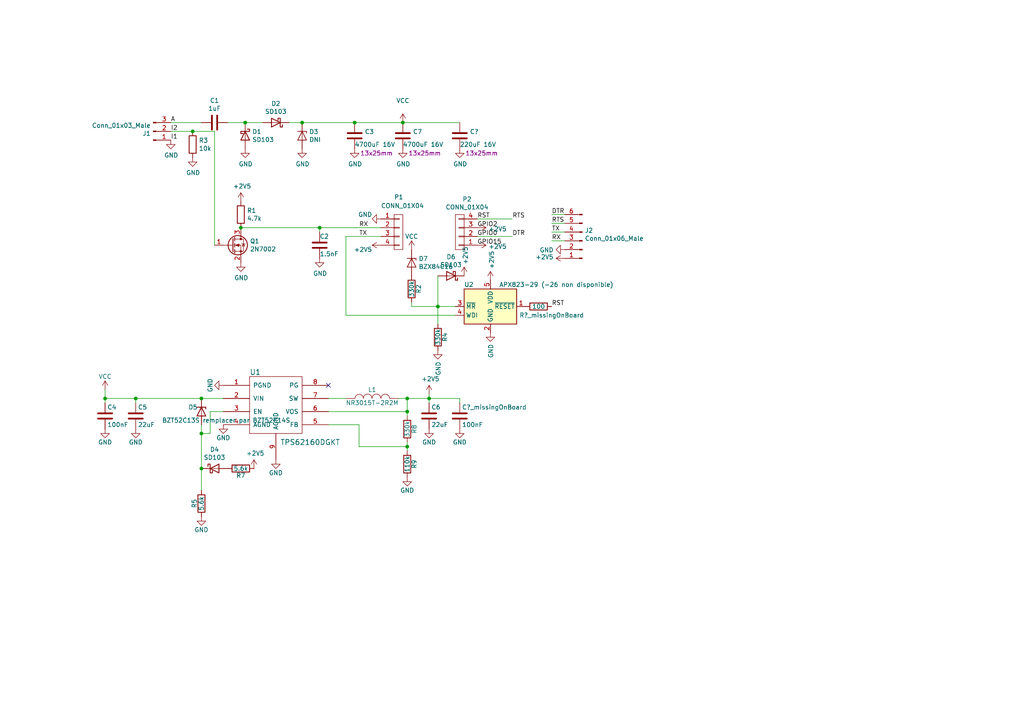
<source format=kicad_sch>
(kicad_sch (version 20211123) (generator eeschema)
  (paper "A4")
  (lib_symbols
    (symbol "Connector:Conn_01x03_Male" (pin_names (offset 1.016) hide)
      (property "Reference" "J" (at 0 5.08 0))
      (property "Value" "Conn_01x03_Male" (at 0 -5.08 0))
      (symbol "Conn_01x03_Male_1_1"
        (polyline (pts (xy 1.27 -2.54) (xy 0.8636 -2.54)) (stroke (width 0.1524)))
        (polyline (pts (xy 1.27 0) (xy 0.8636 0)) (stroke (width 0.1524)))
        (polyline (pts (xy 1.27 2.54) (xy 0.8636 2.54)) (stroke (width 0.1524)))
        (rectangle (start 0.8636 -2.413) (end 0 -2.667) (stroke (width 0.1524)) (fill (type outline)))
        (rectangle (start 0.8636 0.127) (end 0 -0.127) (stroke (width 0.1524)) (fill (type outline)))
        (rectangle (start 0.8636 2.667) (end 0 2.413) (stroke (width 0.1524)) (fill (type outline)))
        (pin passive line (at 5.08 2.54 180) (length 3.81) (name "Pin_1") (number "1"))
        (pin passive line (at 5.08 0 180) (length 3.81) (name "Pin_2") (number "2"))
        (pin passive line (at 5.08 -2.54 180) (length 3.81) (name "Pin_3") (number "3"))
      )
    )
    (symbol "Connector:Conn_01x06_Male" (pin_names (offset 1.016) hide)
      (property "Reference" "J" (at 0 7.62 0))
      (property "Value" "Conn_01x06_Male" (at 0 -10.16 0))
      (symbol "Conn_01x06_Male_1_1"
        (polyline (pts (xy 1.27 -7.62) (xy 0.8636 -7.62)) (stroke (width 0.1524)))
        (polyline (pts (xy 1.27 -5.08) (xy 0.8636 -5.08)) (stroke (width 0.1524)))
        (polyline (pts (xy 1.27 -2.54) (xy 0.8636 -2.54)) (stroke (width 0.1524)))
        (polyline (pts (xy 1.27 0) (xy 0.8636 0)) (stroke (width 0.1524)))
        (polyline (pts (xy 1.27 2.54) (xy 0.8636 2.54)) (stroke (width 0.1524)))
        (polyline (pts (xy 1.27 5.08) (xy 0.8636 5.08)) (stroke (width 0.1524)))
        (rectangle (start 0.8636 -7.493) (end 0 -7.747) (stroke (width 0.1524)) (fill (type outline)))
        (rectangle (start 0.8636 -4.953) (end 0 -5.207) (stroke (width 0.1524)) (fill (type outline)))
        (rectangle (start 0.8636 -2.413) (end 0 -2.667) (stroke (width 0.1524)) (fill (type outline)))
        (rectangle (start 0.8636 0.127) (end 0 -0.127) (stroke (width 0.1524)) (fill (type outline)))
        (rectangle (start 0.8636 2.667) (end 0 2.413) (stroke (width 0.1524)) (fill (type outline)))
        (rectangle (start 0.8636 5.207) (end 0 4.953) (stroke (width 0.1524)) (fill (type outline)))
        (pin passive line (at 5.08 5.08 180) (length 3.81) (name "Pin_1") (number "1"))
        (pin passive line (at 5.08 2.54 180) (length 3.81) (name "Pin_2") (number "2"))
        (pin passive line (at 5.08 0 180) (length 3.81) (name "Pin_3") (number "3"))
        (pin passive line (at 5.08 -2.54 180) (length 3.81) (name "Pin_4") (number "4"))
        (pin passive line (at 5.08 -5.08 180) (length 3.81) (name "Pin_5") (number "5"))
        (pin passive line (at 5.08 -7.62 180) (length 3.81) (name "Pin_6") (number "6"))
      )
    )
    (symbol "Diode:BZT52Bxx" (pin_numbers hide) (pin_names hide)
      (property "Reference" "D" (at 0 2.54 0))
      (property "Value" "BZT52Bxx" (at 0 -2.54 0))
      (symbol "BZT52Bxx_0_1"
        (polyline (pts (xy 1.27 0) (xy -1.27 0)))
        (polyline (pts (xy -1.27 -1.27) (xy -1.27 1.27) (xy -0.762 1.27)) (stroke (width 0.254)))
        (polyline (pts (xy 1.27 -1.27) (xy 1.27 1.27) (xy -1.27 0) (xy 1.27 -1.27)) (stroke (width 0.254)))
      )
      (symbol "BZT52Bxx_1_1"
        (pin passive line (at -3.81 0 0) (length 2.54) (name "K") (number "1"))
        (pin passive line (at 3.81 0 180) (length 2.54) (name "A") (number "2"))
      )
    )
    (symbol "Transistor_FET:2N7002" (pin_names hide)
      (property "Reference" "Q" (at 5.08 1.905 0))
      (property "Value" "2N7002" (at 5.08 0 0))
      (symbol "2N7002_0_1"
        (polyline (pts (xy 0.254 0) (xy -2.54 0)))
        (polyline (pts (xy 0.254 1.905) (xy 0.254 -1.905)) (stroke (width 0.254)))
        (polyline (pts (xy 0.762 -1.27) (xy 0.762 -2.286)) (stroke (width 0.254)))
        (polyline (pts (xy 0.762 0.508) (xy 0.762 -0.508)) (stroke (width 0.254)))
        (polyline (pts (xy 0.762 2.286) (xy 0.762 1.27)) (stroke (width 0.254)))
        (polyline (pts (xy 2.54 2.54) (xy 2.54 1.778)))
        (polyline (pts (xy 2.54 -2.54) (xy 2.54 0) (xy 0.762 0)))
        (polyline (pts (xy 0.762 -1.778) (xy 3.302 -1.778) (xy 3.302 1.778) (xy 0.762 1.778)))
        (polyline (pts (xy 1.016 0) (xy 2.032 0.381) (xy 2.032 -0.381) (xy 1.016 0)) (fill (type outline)))
        (polyline (pts (xy 2.794 0.508) (xy 2.921 0.381) (xy 3.683 0.381) (xy 3.81 0.254)))
        (polyline (pts (xy 3.302 0.381) (xy 2.921 -0.254) (xy 3.683 -0.254) (xy 3.302 0.381)))
        (circle (center 1.651 0) (radius 2.794) (stroke (width 0.254)))
        (circle (center 2.54 -1.778) (radius 0.254) (fill (type outline)))
        (circle (center 2.54 1.778) (radius 0.254) (fill (type outline)))
      )
      (symbol "2N7002_1_1"
        (pin input line (at -5.08 0 0) (length 2.54) (name "G") (number "1"))
        (pin passive line (at 2.54 -5.08 90) (length 2.54) (name "S") (number "2"))
        (pin passive line (at 2.54 5.08 270) (length 2.54) (name "D") (number "3"))
      )
    )
    (symbol "pcb-rescue:APX823-lib"
      (property "Reference" "U" (at 0 8.89 0))
      (property "Value" "APX823-lib" (at 0 6.35 0))
      (symbol "APX823-lib_0_1"
        (rectangle (start -7.62 5.08) (end 7.62 -5.08) (stroke (width 0.254)) (fill (type background)))
      )
      (symbol "APX823-lib_1_1"
        (pin output line (at 10.16 0 180) (length 2.54) (name "~{RESET}") (number "1"))
        (pin power_in line (at 0 -7.62 90) (length 2.54) (name "GND") (number "2"))
        (pin input line (at -10.16 0 0) (length 2.54) (name "~{MR}") (number "3"))
        (pin input line (at -10.16 -2.54 0) (length 2.54) (name "WDI") (number "4"))
        (pin power_in line (at 0 7.62 270) (length 2.54) (name "VDD") (number "5"))
      )
    )
    (symbol "pcb-rescue:BAT60A-Diode" (pin_numbers hide) (pin_names (offset 1.016) hide)
      (property "Reference" "D" (at 0 2.54 0))
      (property "Value" "BAT60A-Diode" (at 0 -2.54 0))
      (symbol "BAT60A-Diode_0_1"
        (polyline (pts (xy 1.27 0) (xy -1.27 0)))
        (polyline (pts (xy 1.27 1.27) (xy 1.27 -1.27) (xy -1.27 0) (xy 1.27 1.27)) (stroke (width 0.254)))
        (polyline (pts (xy -1.905 0.635) (xy -1.905 1.27) (xy -1.27 1.27) (xy -1.27 -1.27) (xy -0.635 -1.27) (xy -0.635 -0.635)) (stroke (width 0.254)))
      )
      (symbol "BAT60A-Diode_1_1"
        (pin passive line (at -3.81 0 0) (length 2.54) (name "K") (number "1"))
        (pin passive line (at 3.81 0 180) (length 2.54) (name "A") (number "2"))
      )
    )
    (symbol "pcb-rescue:BZX84Cxx-Diode" (pin_numbers hide) (pin_names (offset 1.016) hide)
      (property "Reference" "D" (at 0 2.54 0))
      (property "Value" "BZX84Cxx-Diode" (at 0 -2.54 0))
      (symbol "BZX84Cxx-Diode_0_1"
        (polyline (pts (xy 1.27 0) (xy -1.27 0)))
        (polyline (pts (xy -1.27 -1.27) (xy -1.27 1.27) (xy -0.762 1.27)) (stroke (width 0.2032)))
        (polyline (pts (xy 1.27 -1.27) (xy 1.27 1.27) (xy -1.27 0) (xy 1.27 -1.27)) (stroke (width 0.2032)))
      )
      (symbol "BZX84Cxx-Diode_1_1"
        (pin passive line (at -3.81 0 0) (length 2.54) (name "K") (number "1"))
        (pin passive line (at 3.81 0 180) (length 2.54) (name "A") (number "2"))
      )
    )
    (symbol "pcb-rescue:C-base-rescue" (pin_numbers hide) (pin_names (offset 0.254))
      (property "Reference" "C" (at 0.635 2.54 0))
      (property "Value" "C-base-rescue" (at 0.635 -2.54 0))
      (symbol "C-base-rescue_0_1"
        (polyline (pts (xy -2.032 -0.762) (xy 2.032 -0.762)) (stroke (width 0.508)))
        (polyline (pts (xy -2.032 0.762) (xy 2.032 0.762)) (stroke (width 0.508)))
      )
      (symbol "C-base-rescue_1_1"
        (pin passive line (at 0 3.81 270) (length 2.794) (name "~") (number "1"))
        (pin passive line (at 0 -3.81 90) (length 2.794) (name "~") (number "2"))
      )
    )
    (symbol "pcb-rescue:CONN_01X04-base-rescue" (pin_names (offset 1.016) hide)
      (property "Reference" "P" (at 0 6.35 0))
      (property "Value" "CONN_01X04-base-rescue" (at 2.54 0 90))
      (symbol "CONN_01X04-base-rescue_0_1"
        (rectangle (start -1.27 -3.683) (end 0.254 -3.937))
        (rectangle (start -1.27 -1.143) (end 0.254 -1.397))
        (rectangle (start -1.27 1.397) (end 0.254 1.143))
        (rectangle (start -1.27 3.937) (end 0.254 3.683))
        (rectangle (start -1.27 5.08) (end 1.27 -5.08))
      )
      (symbol "CONN_01X04-base-rescue_1_1"
        (pin passive line (at -5.08 3.81 0) (length 3.81) (name "P1") (number "1"))
        (pin passive line (at -5.08 1.27 0) (length 3.81) (name "P2") (number "2"))
        (pin passive line (at -5.08 -1.27 0) (length 3.81) (name "P3") (number "3"))
        (pin passive line (at -5.08 -3.81 0) (length 3.81) (name "P4") (number "4"))
      )
    )
    (symbol "pcb-rescue:INDUCTOR-base-rescue" (pin_numbers hide) (pin_names (offset 1.016) hide)
      (property "Reference" "L" (at -1.27 0 90))
      (property "Value" "INDUCTOR-base-rescue" (at 2.54 0 90))
      (symbol "INDUCTOR-base-rescue_0_1"
        (arc (start 0.0254 -5.0546) (mid 1.2449 -3.8097) (end 0.0254 -2.54))
        (arc (start 0.0254 -2.5146) (mid 1.2703 -1.2444) (end 0.0254 0.0508))
        (arc (start 0.0254 0.0254) (mid 1.2703 1.2956) (end 0.0254 2.5908))
        (arc (start 0.0254 2.5654) (mid 1.1941 3.7595) (end 0.0254 4.9784))
      )
      (symbol "INDUCTOR-base-rescue_1_1"
        (pin passive line (at 0 7.62 270) (length 2.54) (name "1") (number "1"))
        (pin passive line (at 0 -7.62 90) (length 2.54) (name "2") (number "2"))
      )
    )
    (symbol "pcb-rescue:R-base-rescue" (pin_numbers hide) (pin_names (offset 0))
      (property "Reference" "R" (at 2.032 0 90))
      (property "Value" "R-base-rescue" (at 0 0 90))
      (symbol "R-base-rescue_0_1"
        (rectangle (start -1.016 -2.54) (end 1.016 2.54) (stroke (width 0.254)))
      )
      (symbol "R-base-rescue_1_1"
        (pin passive line (at 0 3.81 270) (length 1.27) (name "~") (number "1"))
        (pin passive line (at 0 -3.81 90) (length 1.27) (name "~") (number "2"))
      )
    )
    (symbol "power:+2V5" (power) (pin_names (offset 0))
      (property "Value" "+2V5" (at 0 3.556 0))
      (symbol "+2V5_0_1"
        (polyline (pts (xy -0.762 1.27) (xy 0 2.54)))
        (polyline (pts (xy 0 0) (xy 0 2.54)))
        (polyline (pts (xy 0 2.54) (xy 0.762 1.27)))
      )
      (symbol "+2V5_1_1"
        (pin power_in line (at 0 0 90) (length 0) hide (name "+2V5") (number "1"))
      )
    )
    (symbol "power:GND" (power) (pin_names (offset 0))
      (property "Value" "GND" (at 0 -3.81 0))
      (symbol "GND_0_1"
        (polyline (pts (xy 0 0) (xy 0 -1.27) (xy 1.27 -1.27) (xy 0 -2.54) (xy -1.27 -1.27) (xy 0 -1.27)))
      )
      (symbol "GND_1_1"
        (pin power_in line (at 0 0 270) (length 0) hide (name "GND") (number "1"))
      )
    )
    (symbol "power:VCC" (power) (pin_names (offset 0))
      (property "Value" "VCC" (at 0 3.81 0))
      (symbol "VCC_0_1"
        (polyline (pts (xy -0.762 1.27) (xy 0 2.54)))
        (polyline (pts (xy 0 0) (xy 0 2.54)))
        (polyline (pts (xy 0 2.54) (xy 0.762 1.27)))
      )
      (symbol "VCC_1_1"
        (pin power_in line (at 0 0 90) (length 0) hide (name "VCC") (number "1"))
      )
    )
    (symbol "tps6216x:TPS6216X" (pin_names (offset 1.016))
      (property "Reference" "U" (at -7.62 8.89 0))
      (property "Value" "TPS6216X" (at 1.27 -11.43 0))
      (symbol "TPS6216X_0_1"
        (rectangle (start -7.62 7.62) (end 7.62 -8.89))
      )
      (symbol "TPS6216X_1_1"
        (pin power_in line (at -15.24 5.08 0) (length 7.62) (name "PGND") (number "1"))
        (pin power_in line (at -15.24 1.27 0) (length 7.62) (name "VIN") (number "2"))
        (pin input line (at -15.24 -2.54 0) (length 7.62) (name "EN") (number "3"))
        (pin power_in line (at -15.24 -6.35 0) (length 7.62) (name "AGND") (number "4"))
        (pin input line (at 15.24 -6.35 180) (length 7.62) (name "FB") (number "5"))
        (pin input line (at 15.24 -2.54 180) (length 7.62) (name "VOS") (number "6"))
        (pin power_out line (at 15.24 1.27 180) (length 7.62) (name "SW") (number "7"))
        (pin open_collector line (at 15.24 5.08 180) (length 7.62) (name "PG") (number "8"))
        (pin power_in line (at 0 -16.51 90) (length 7.62) (name "AGND") (number "9"))
      )
    )
  )
  (junction (at 30.48 115.57))
  (junction (at 58.42 125.73))
  (junction (at 69.85 66.04))
  (junction (at 87.63 35.56))
  (junction (at 58.42 115.57))
  (junction (at 92.71 66.04))
  (junction (at 102.87 35.56))
  (junction (at 118.11 129.54))
  (junction (at 55.88 38.1))
  (junction (at 127 88.9))
  (junction (at 118.11 115.57))
  (junction (at 124.46 115.57))
  (junction (at 118.11 119.38))
  (junction (at 116.84 35.56))
  (junction (at 58.42 135.89))
  (junction (at 71.12 35.56))
  (junction (at 39.37 115.57))
  (no_connect (at 95.25 111.76))
  (wire (pts (xy 60.96 119.38) (xy 60.96 125.73)))
  (wire (pts (xy 64.77 119.38) (xy 60.96 119.38)))
  (wire (pts (xy 60.96 125.73) (xy 58.42 125.73)))
  (wire (pts (xy 30.48 115.57) (xy 30.48 116.84)))
  (wire (pts (xy 58.42 35.56) (xy 49.53 35.56)))
  (wire (pts (xy 39.37 115.57) (xy 39.37 116.84)))
  (wire (pts (xy 49.53 38.1) (xy 55.88 38.1)))
  (wire (pts (xy 127 88.9) (xy 127 80.01)))
  (wire (pts (xy 118.11 128.27) (xy 118.11 129.54)))
  (wire (pts (xy 118.11 129.54) (xy 118.11 130.81)))
  (wire (pts (xy 124.46 115.57) (xy 124.46 116.84)))
  (wire (pts (xy 104.14 129.54) (xy 118.11 129.54)))
  (wire (pts (xy 58.42 123.19) (xy 58.42 125.73)))
  (wire (pts (xy 92.71 66.04) (xy 92.71 67.31)))
  (wire (pts (xy 95.25 119.38) (xy 118.11 119.38)))
  (wire (pts (xy 132.08 91.44) (xy 100.33 91.44)))
  (wire (pts (xy 118.11 115.57) (xy 124.46 115.57)))
  (wire (pts (xy 127 93.98) (xy 127 88.9)))
  (wire (pts (xy 100.33 68.58) (xy 110.49 68.58)))
  (wire (pts (xy 163.83 69.85) (xy 160.02 69.85)))
  (wire (pts (xy 163.83 62.23) (xy 160.02 62.23)))
  (wire (pts (xy 118.11 115.57) (xy 118.11 119.38)))
  (wire (pts (xy 58.42 125.73) (xy 58.42 135.89)))
  (wire (pts (xy 58.42 115.57) (xy 64.77 115.57)))
  (wire (pts (xy 138.43 63.5) (xy 148.59 63.5)))
  (wire (pts (xy 163.83 64.77) (xy 160.02 64.77)))
  (wire (pts (xy 116.84 35.56) (xy 133.35 35.56)))
  (wire (pts (xy 102.87 35.56) (xy 116.84 35.56)))
  (wire (pts (xy 39.37 115.57) (xy 58.42 115.57)))
  (wire (pts (xy 71.12 35.56) (xy 76.2 35.56)))
  (wire (pts (xy 58.42 135.89) (xy 58.42 142.24)))
  (wire (pts (xy 30.48 113.03) (xy 30.48 115.57)))
  (wire (pts (xy 66.04 35.56) (xy 71.12 35.56)))
  (wire (pts (xy 87.63 35.56) (xy 102.87 35.56)))
  (wire (pts (xy 62.23 38.1) (xy 62.23 71.12)))
  (wire (pts (xy 100.33 91.44) (xy 100.33 68.58)))
  (wire (pts (xy 132.08 88.9) (xy 127 88.9)))
  (wire (pts (xy 95.25 123.19) (xy 104.14 123.19)))
  (wire (pts (xy 163.83 67.31) (xy 160.02 67.31)))
  (wire (pts (xy 118.11 119.38) (xy 118.11 120.65)))
  (wire (pts (xy 100.33 115.57) (xy 95.25 115.57)))
  (wire (pts (xy 115.57 115.57) (xy 118.11 115.57)))
  (wire (pts (xy 104.14 123.19) (xy 104.14 129.54)))
  (wire (pts (xy 83.82 35.56) (xy 87.63 35.56)))
  (wire (pts (xy 124.46 114.3) (xy 124.46 115.57)))
  (wire (pts (xy 124.46 115.57) (xy 133.35 115.57)))
  (wire (pts (xy 127 88.9) (xy 119.38 88.9)))
  (wire (pts (xy 138.43 68.58) (xy 148.59 68.58)))
  (wire (pts (xy 69.85 66.04) (xy 92.71 66.04)))
  (wire (pts (xy 30.48 115.57) (xy 39.37 115.57)))
  (wire (pts (xy 110.49 66.04) (xy 92.71 66.04)))
  (wire (pts (xy 55.88 38.1) (xy 62.23 38.1)))
  (wire (pts (xy 119.38 88.9) (xy 119.38 87.63)))
  (wire (pts (xy 133.35 115.57) (xy 133.35 116.84)))
  (label "GPIO0" (at 138.43 68.58 0))
  (label "DTR" (at 160.02 62.23 0))
  (label "RX" (at 104.14 66.04 0))
  (label "RST" (at 138.43 63.5 0))
  (label "GPIO2" (at 138.43 66.04 0))
  (label "RX" (at 160.02 69.85 0))
  (label "RTS" (at 148.59 63.5 0))
  (label "TX" (at 160.02 67.31 0))
  (label "I2" (at 49.53 38.1 0))
  (label "A" (at 49.53 35.56 0))
  (label "TX" (at 104.14 68.58 0))
  (label "RTS" (at 160.02 64.77 0))
  (label "RST" (at 160.02 88.9 0))
  (label "GPIO15" (at 138.43 71.12 0))
  (label "DTR" (at 148.59 68.58 0))
  (label "I1" (at 49.53 40.64 0))
  (symbol (lib_id "Connector:Conn_01x03_Male") (at 44.45 38.1 0) (mirror x) (unit 1)
    (property "Reference" "J1" (at 43.7388 38.7096 0) (effects (justify right)))
    (property "Value" "Conn_01x03_Male" (at 43.7388 36.3982 0) (effects (justify right)))
    (property "Footprint" "Connector_Phoenix_MC_HighVoltage:PhoenixContact_MCV_1,5_3-G-5.08_1x03_P5.08mm_Vertical" (effects hide))
  )
  (symbol (lib_id "pcb-rescue:C-base-rescue") (at 102.87 39.37 0) (unit 1)
    (property "Reference" "C3" (at 105.791 38.2016 0) (effects (justify left)))
    (property "Value" "4700uF 16V" (at 102.87 41.91 0) (effects (justify left)))
    (property "Footprint" "Capacitor_THT:CP_Radial_D12.5mm_P5.00mm" (effects hide))
    (property "Field4" "13x25mm" (at 109.22 44.45 0))
  )
  (symbol (lib_id "power:GND") (at 102.87 43.18 0) (unit 1)
    (property "Reference" "#PWR0102" (effects hide))
    (property "Value" "GND" (at 102.997 47.5742 0))
  )
  (symbol (lib_id "power:GND") (at 49.53 40.64 0) (unit 1)
    (property "Reference" "#PWR0104" (effects hide))
    (property "Value" "GND" (at 49.657 45.0342 0))
  )
  (symbol (lib_id "power:GND") (at 71.12 43.18 0) (unit 1)
    (property "Reference" "#PWR0105" (effects hide))
    (property "Value" "GND" (at 71.247 47.5742 0))
  )
  (symbol (lib_id "pcb-rescue:C-base-rescue") (at 62.23 35.56 270) (unit 1)
    (property "Reference" "C1" (at 62.23 29.1592 90))
    (property "Value" "1uF" (at 62.23 31.4706 90))
    (property "Footprint" "Capacitor_SMD:C_0805_2012Metric_Pad1.18x1.45mm_HandSolder" (effects hide))
  )
  (symbol (lib_id "pcb-rescue:C-base-rescue") (at 92.71 71.12 0) (unit 1)
    (property "Reference" "C2" (at 92.71 68.58 0) (effects (justify left)))
    (property "Value" "1.5nF" (at 92.71 73.66 0) (effects (justify left)))
    (property "Footprint" "Capacitor_SMD:C_0603_1608Metric_Pad1.08x0.95mm_HandSolder" (effects hide))
  )
  (symbol (lib_id "power:GND") (at 69.85 76.2 0) (unit 1)
    (property "Reference" "#PWR0106" (effects hide))
    (property "Value" "GND" (at 69.977 80.5942 0))
  )
  (symbol (lib_id "pcb-rescue:R-base-rescue") (at 69.85 62.23 0) (unit 1)
    (property "Reference" "R1" (at 71.628 61.0616 0) (effects (justify left)))
    (property "Value" "4.7k" (at 71.628 63.373 0) (effects (justify left)))
    (property "Footprint" "Resistor_SMD:R_0603_1608Metric_Pad0.98x0.95mm_HandSolder" (effects hide))
  )
  (symbol (lib_id "power:GND") (at 92.71 74.93 0) (unit 1)
    (property "Reference" "#PWR0107" (effects hide))
    (property "Value" "GND" (at 92.837 79.3242 0))
  )
  (symbol (lib_id "pcb-rescue:CONN_01X04-base-rescue") (at 115.57 67.31 0) (unit 1)
    (property "Reference" "P1" (at 114.3 57.15 0) (effects (justify left)))
    (property "Value" "CONN_01X04" (at 110.49 59.69 0) (effects (justify left)))
    (property "Footprint" "Connector_PinSocket_2.54mm:PinSocket_1x04_P2.54mm_Vertical" (effects hide))
  )
  (symbol (lib_id "pcb-rescue:CONN_01X04-base-rescue") (at 133.35 67.31 180) (unit 1)
    (property "Reference" "P2" (at 135.4582 57.785 0))
    (property "Value" "CONN_01X04" (at 135.4582 60.0964 0))
    (property "Footprint" "Connector_PinSocket_2.54mm:PinSocket_1x04_P2.54mm_Vertical" (effects hide))
  )
  (symbol (lib_id "power:GND") (at 110.49 63.5 270) (unit 1)
    (property "Reference" "#PWR0108" (effects hide))
    (property "Value" "GND" (at 107.95 62.23 90) (effects (justify right)))
  )
  (symbol (lib_id "power:+2V5") (at 110.49 71.12 90) (unit 1)
    (property "Reference" "#PWR0110" (effects hide))
    (property "Value" "+2V5" (at 107.95 72.39 90) (effects (justify left)))
  )
  (symbol (lib_id "power:+2V5") (at 69.85 58.42 0) (unit 1)
    (property "Reference" "#PWR0111" (effects hide))
    (property "Value" "+2V5" (at 70.231 54.0258 0))
  )
  (symbol (lib_id "pcb-rescue:R-base-rescue") (at 55.88 41.91 0) (unit 1)
    (property "Reference" "R3" (at 57.658 40.7416 0) (effects (justify left)))
    (property "Value" "10k" (at 57.658 43.053 0) (effects (justify left)))
    (property "Footprint" "Resistor_SMD:R_0603_1608Metric_Pad0.98x0.95mm_HandSolder" (effects hide))
  )
  (symbol (lib_id "power:+2V5") (at 138.43 66.04 270) (unit 1)
    (property "Reference" "#PWR0112" (effects hide))
    (property "Value" "+2V5" (at 141.6812 66.421 90) (effects (justify left)))
  )
  (symbol (lib_id "power:GND") (at 55.88 45.72 0) (unit 1)
    (property "Reference" "#PWR0101" (effects hide))
    (property "Value" "GND" (at 56.007 50.1142 0))
  )
  (symbol (lib_id "power:+2V5") (at 138.43 71.12 270) (unit 1)
    (property "Reference" "#PWR0113" (effects hide))
    (property "Value" "+2V5" (at 141.6812 71.501 90) (effects (justify left)))
  )
  (symbol (lib_id "power:GND") (at 87.63 43.18 0) (unit 1)
    (property "Reference" "#PWR0114" (effects hide))
    (property "Value" "GND" (at 87.757 47.5742 0))
  )
  (symbol (lib_id "tps6216x:TPS6216X") (at 80.01 116.84 0) (unit 1)
    (property "Reference" "U1" (at 72.39 107.95 0) (effects (font (size 1.524 1.524)) (justify left)))
    (property "Value" "TPS62160DGKT" (at 81.28 128.27 0) (effects (font (size 1.524 1.524)) (justify left)))
    (property "Footprint" "Package_SO:MSOP-8-1EP_3x3mm_P0.65mm_EP1.68x1.88mm_ThermalVias" (effects hide))
  )
  (symbol (lib_id "pcb-rescue:INDUCTOR-base-rescue") (at 107.95 115.57 90) (unit 1)
    (property "Reference" "L1" (at 107.95 113.03 90))
    (property "Value" "NR3015T-2R2M" (at 107.95 116.84 90))
    (property "Footprint" "Inductor_SMD:L_Taiyo-Yuden_NR-30xx" (effects hide))
  )
  (symbol (lib_id "pcb-rescue:C-base-rescue") (at 124.46 120.65 0) (unit 1)
    (property "Reference" "C6" (at 125.095 118.11 0) (effects (justify left)))
    (property "Value" "22uF" (at 125.095 123.19 0) (effects (justify left)))
    (property "Footprint" "Capacitor_SMD:C_0603_1608Metric_Pad1.08x0.95mm_HandSolder" (effects hide))
  )
  (symbol (lib_id "power:GND") (at 124.46 124.46 0) (unit 1)
    (property "Reference" "#PWR0103" (effects hide))
    (property "Value" "GND" (at 124.46 128.27 0))
  )
  (symbol (lib_id "pcb-rescue:C-base-rescue") (at 39.37 120.65 0) (unit 1)
    (property "Reference" "C5" (at 40.005 118.11 0) (effects (justify left)))
    (property "Value" "22uF" (at 40.005 123.19 0) (effects (justify left)))
    (property "Footprint" "Capacitor_SMD:C_0603_1608Metric_Pad1.08x0.95mm_HandSolder" (effects hide))
  )
  (symbol (lib_id "power:GND") (at 39.37 124.46 0) (unit 1)
    (property "Reference" "#PWR0109" (effects hide))
    (property "Value" "GND" (at 39.37 128.27 0))
  )
  (symbol (lib_id "power:GND") (at 64.77 123.19 0) (unit 1)
    (property "Reference" "#PWR0115" (effects hide))
    (property "Value" "GND" (at 64.77 127 0))
  )
  (symbol (lib_id "power:GND") (at 64.77 111.76 270) (unit 1)
    (property "Reference" "#PWR0116" (effects hide))
    (property "Value" "GND" (at 60.96 111.76 0))
  )
  (symbol (lib_id "power:GND") (at 80.01 133.35 0) (unit 1)
    (property "Reference" "#PWR0117" (effects hide))
    (property "Value" "GND" (at 80.01 137.16 0))
  )
  (symbol (lib_id "pcb-rescue:R-base-rescue") (at 118.11 124.46 0) (unit 1)
    (property "Reference" "R8" (at 120.142 124.46 90))
    (property "Value" "330k" (at 118.11 124.46 90))
    (property "Footprint" "Resistor_SMD:R_0603_1608Metric_Pad0.98x0.95mm_HandSolder" (effects hide))
  )
  (symbol (lib_id "pcb-rescue:R-base-rescue") (at 118.11 134.62 0) (unit 1)
    (property "Reference" "R9" (at 120.142 134.62 90))
    (property "Value" "110k" (at 118.11 134.62 90))
    (property "Footprint" "Resistor_SMD:R_0603_1608Metric_Pad0.98x0.95mm_HandSolder" (effects hide))
  )
  (symbol (lib_id "power:GND") (at 118.11 138.43 0) (unit 1)
    (property "Reference" "#PWR0118" (effects hide))
    (property "Value" "GND" (at 118.11 142.24 0))
  )
  (symbol (lib_id "pcb-rescue:C-base-rescue") (at 30.48 120.65 0) (unit 1)
    (property "Reference" "C4" (at 31.115 118.11 0) (effects (justify left)))
    (property "Value" "100nF" (at 31.115 123.19 0) (effects (justify left)))
    (property "Footprint" "Capacitor_SMD:C_0603_1608Metric_Pad1.08x0.95mm_HandSolder" (effects hide))
  )
  (symbol (lib_id "power:GND") (at 30.48 124.46 0) (unit 1)
    (property "Reference" "#PWR0119" (effects hide))
    (property "Value" "GND" (at 30.48 128.27 0))
  )
  (symbol (lib_id "power:VCC") (at 30.48 113.03 0) (unit 1)
    (property "Reference" "#PWR0121" (effects hide))
    (property "Value" "VCC" (at 30.48 109.22 0))
  )
  (symbol (lib_id "power:+2V5") (at 124.46 114.3 0) (unit 1)
    (property "Reference" "#PWR0122" (effects hide))
    (property "Value" "+2V5" (at 124.841 109.9058 0))
  )
  (symbol (lib_id "power:GND") (at 127 101.6 0) (unit 1)
    (property "Reference" "#PWR0130" (effects hide))
    (property "Value" "GND" (at 127.127 104.8512 90) (effects (justify right)))
  )
  (symbol (lib_id "pcb-rescue:BAT60A-Diode") (at 130.81 80.01 180) (unit 1)
    (property "Reference" "D6" (at 130.81 74.4982 0))
    (property "Value" "SD103" (at 130.81 76.8096 0))
    (property "Footprint" "Diode_SMD:D_SOD-323" (effects hide))
    (property "Datasheet" "https://www.infineon.com/dgdl/Infineon-BAT60ASERIES-DS-v01_01-en.pdf?fileId=db3a304313d846880113def70c9304a9" (effects hide))
  )
  (symbol (lib_id "power:+2V5") (at 134.62 80.01 0) (unit 1)
    (property "Reference" "#PWR0131" (effects hide))
    (property "Value" "+2V5" (at 135.001 76.7588 90) (effects (justify left)))
  )
  (symbol (lib_id "power:VCC") (at 119.38 72.39 0) (unit 1)
    (property "Reference" "#PWR0132" (effects hide))
    (property "Value" "VCC" (at 119.38 68.58 0))
  )
  (symbol (lib_id "power:+2V5") (at 163.83 74.93 90) (unit 1)
    (property "Reference" "#PWR0123" (effects hide))
    (property "Value" "+2V5" (at 160.5788 74.549 90) (effects (justify left)))
  )
  (symbol (lib_id "power:GND") (at 163.83 72.39 270) (unit 1)
    (property "Reference" "#PWR0124" (effects hide))
    (property "Value" "GND" (at 160.5788 72.517 90) (effects (justify right)))
  )
  (symbol (lib_id "Connector:Conn_01x06_Male") (at 168.91 69.85 180) (unit 1)
    (property "Reference" "J2" (at 169.6212 66.8528 0) (effects (justify right)))
    (property "Value" "Conn_01x06_Male" (at 169.6212 69.1642 0) (effects (justify right)))
    (property "Footprint" "Connector_PinHeader_2.54mm:PinHeader_1x06_P2.54mm_Vertical" (effects hide))
  )
  (symbol (lib_id "pcb-rescue:R-base-rescue") (at 127 97.79 0) (unit 1)
    (property "Reference" "R4" (at 129.032 97.79 90))
    (property "Value" "330k" (at 127 97.79 90))
    (property "Footprint" "Resistor_SMD:R_0603_1608Metric_Pad0.98x0.95mm_HandSolder" (effects hide))
  )
  (symbol (lib_id "pcb-rescue:R-base-rescue") (at 119.38 83.82 0) (unit 1)
    (property "Reference" "R2" (at 121.412 83.82 90))
    (property "Value" "330k" (at 119.38 83.82 90))
    (property "Footprint" "Resistor_SMD:R_0603_1608Metric_Pad0.98x0.95mm_HandSolder" (effects hide))
  )
  (symbol (lib_id "pcb-rescue:R-base-rescue") (at 58.42 146.05 180) (unit 1)
    (property "Reference" "R5" (at 56.388 146.05 90))
    (property "Value" "5.6k" (at 58.42 146.05 90))
    (property "Footprint" "Resistor_SMD:R_0603_1608Metric_Pad0.98x0.95mm_HandSolder" (effects hide))
  )
  (symbol (lib_id "pcb-rescue:BZX84Cxx-Diode") (at 119.38 76.2 270) (unit 1)
    (property "Reference" "D7" (at 121.412 75.0316 90) (effects (justify left)))
    (property "Value" "BZX84C16" (at 121.412 77.343 90) (effects (justify left)))
    (property "Footprint" "Diode_SMD:D_SOT-23_ANK" (effects hide))
    (property "Datasheet" "https://diotec.com/tl_files/diotec/files/pdf/datasheets/bzx84c2v4.pdf" (effects hide))
  )
  (symbol (lib_id "power:GND") (at 58.42 149.86 0) (unit 1)
    (property "Reference" "#PWR0125" (effects hide))
    (property "Value" "GND" (at 58.42 153.67 0))
  )
  (symbol (lib_id "power:+2V5") (at 73.66 135.89 0) (unit 1)
    (property "Reference" "#PWR0126" (effects hide))
    (property "Value" "+2V5" (at 74.041 131.4958 0))
  )
  (symbol (lib_id "pcb-rescue:R-base-rescue") (at 69.85 135.89 270) (unit 1)
    (property "Reference" "R7" (at 69.85 137.922 90))
    (property "Value" "5.6k" (at 69.85 135.89 90))
    (property "Footprint" "Resistor_SMD:R_0603_1608Metric_Pad0.98x0.95mm_HandSolder" (effects hide))
  )
  (symbol (lib_id "pcb-rescue:BAT60A-Diode") (at 71.12 39.37 270) (unit 1)
    (property "Reference" "D1" (at 73.152 38.2016 90) (effects (justify left)))
    (property "Value" "SD103" (at 73.152 40.513 90) (effects (justify left)))
    (property "Footprint" "Diode_SMD:D_SOD-323" (effects hide))
    (property "Datasheet" "https://www.infineon.com/dgdl/Infineon-BAT60ASERIES-DS-v01_01-en.pdf?fileId=db3a304313d846880113def70c9304a9" (effects hide))
  )
  (symbol (lib_id "pcb-rescue:BAT60A-Diode") (at 80.01 35.56 180) (unit 1)
    (property "Reference" "D2" (at 80.01 30.0482 0))
    (property "Value" "SD103" (at 80.01 32.3596 0))
    (property "Footprint" "Diode_SMD:D_SOD-323" (effects hide))
    (property "Datasheet" "https://www.infineon.com/dgdl/Infineon-BAT60ASERIES-DS-v01_01-en.pdf?fileId=db3a304313d846880113def70c9304a9" (effects hide))
  )
  (symbol (lib_id "pcb-rescue:BZX84Cxx-Diode") (at 87.63 39.37 270) (unit 1)
    (property "Reference" "D3" (at 89.662 38.2016 90) (effects (justify left)))
    (property "Value" "DNI" (at 89.662 40.513 90) (effects (justify left)))
    (property "Footprint" "Diode_SMD:D_SOT-23_ANK" (effects hide))
    (property "Datasheet" "https://diotec.com/tl_files/diotec/files/pdf/datasheets/bzx84c2v4.pdf" (effects hide))
  )
  (symbol (lib_id "pcb-rescue:BAT60A-Diode") (at 62.23 135.89 0) (unit 1)
    (property "Reference" "D4" (at 62.23 130.3782 0))
    (property "Value" "SD103" (at 62.23 132.6896 0))
    (property "Footprint" "Diode_SMD:D_SOD-323" (effects hide))
    (property "Datasheet" "https://www.infineon.com/dgdl/Infineon-BAT60ASERIES-DS-v01_01-en.pdf?fileId=db3a304313d846880113def70c9304a9" (effects hide))
  )
  (symbol (lib_id "Transistor_FET:2N7002") (at 67.31 71.12 0) (unit 1)
    (property "Reference" "Q1" (at 72.4916 69.9516 0) (effects (justify left)))
    (property "Value" "2N7002" (at 72.4916 72.263 0) (effects (justify left)))
    (property "Footprint" "Package_TO_SOT_SMD:SOT-23" (effects hide))
    (property "Datasheet" "https://www.onsemi.com/pub/Collateral/NDS7002A-D.PDF" (effects hide))
  )
  (symbol (lib_id "pcb-rescue:C-base-rescue") (at 116.84 39.37 0) (unit 1)
    (property "Reference" "C7" (at 119.761 38.2016 0) (effects (justify left)))
    (property "Value" "4700uF 16V" (at 116.84 41.91 0) (effects (justify left)))
    (property "Footprint" "Capacitor_THT:CP_Radial_D12.5mm_P5.00mm" (effects hide))
    (property "Field4" "13x25mm" (at 123.19 44.45 0))
  )
  (symbol (lib_id "power:VCC") (at 116.84 35.56 0) (unit 1)
    (property "Reference" "#PWR0120" (effects hide))
    (property "Value" "VCC" (at 116.84 29.21 0))
  )
  (symbol (lib_id "power:GND") (at 116.84 43.18 0) (unit 1)
    (property "Reference" "#PWR0127" (effects hide))
    (property "Value" "GND" (at 116.967 47.5742 0))
  )
  (symbol (lib_id "Diode:BZT52Bxx") (at 58.42 119.38 270) (unit 1)
    (property "Reference" "D5" (at 54.61 118.11 90) (effects (justify left)))
    (property "Value" "BZT52C13S remplacer par BZT52C14S" (at 46.99 121.92 90) (effects (justify left)))
    (property "Footprint" "Diode_SMD:D_SOD-323" (effects hide))
    (property "Datasheet" "https://diotec.com/tl_files/diotec/files/pdf/datasheets/bzt52b2v4.pdf" (effects hide))
  )
  (symbol (lib_id "pcb-rescue:APX823-lib") (at 142.24 88.9 0) (unit 1)
    (property "Reference" "U2" (at 134.62 82.55 0) (effects (justify left)))
    (property "Value" "APX823-29 (-26 non disponible)" (at 144.78 82.55 0) (effects (justify left)))
    (property "Footprint" "Package_TO_SOT_SMD:SOT-23-5" (effects hide))
    (property "Datasheet" "http://www.ti.com/lit/ds/symlink/tps3808.pdf" (effects hide))
  )
  (symbol (lib_id "power:+2V5") (at 142.24 81.28 0) (unit 1)
    (property "Reference" "#PWR0128" (effects hide))
    (property "Value" "+2V5" (at 142.621 78.0288 90) (effects (justify left)))
  )
  (symbol (lib_id "power:GND") (at 142.24 96.52 0) (unit 1)
    (property "Reference" "#PWR0129" (effects hide))
    (property "Value" "GND" (at 142.367 99.7712 90) (effects (justify right)))
  )
  (symbol (lib_id "pcb-rescue:C-base-rescue") (at 133.35 120.65 0) (unit 1)
    (property "Reference" "C?_missingOnBoard" (at 133.985 118.11 0) (effects (justify left)))
    (property "Value" "100nF" (at 133.985 123.19 0) (effects (justify left)))
    (property "Footprint" "Capacitor_SMD:C_0603_1608Metric_Pad1.08x0.95mm_HandSolder" (effects hide))
  )
  (symbol (lib_id "power:GND") (at 133.35 124.46 0) (unit 1)
    (property "Reference" "#PWR?" (effects hide))
    (property "Value" "GND" (at 133.35 128.27 0))
  )
  (symbol (lib_id "pcb-rescue:R-base-rescue") (at 156.21 88.9 270) (unit 1)
    (property "Reference" "R?_missingOnBoard" (at 160.02 91.44 90))
    (property "Value" "100" (at 156.21 88.9 90))
    (property "Footprint" "Resistor_SMD:R_0603_1608Metric_Pad0.98x0.95mm_HandSolder" (effects hide))
  )
  (symbol (lib_id "pcb-rescue:C-base-rescue") (at 133.35 39.37 0) (unit 1)
    (property "Reference" "C?" (at 136.271 38.2016 0) (effects (justify left)))
    (property "Value" "220uF 16V" (at 133.35 41.91 0) (effects (justify left)))
    (property "Footprint" "Capacitor_THT:CP_Radial_D12.5mm_P5.00mm" (effects hide))
    (property "Field4" "13x25mm" (at 139.7 44.45 0))
  )
  (symbol (lib_id "power:GND") (at 133.35 43.18 0) (unit 1)
    (property "Reference" "#PWR?" (effects hide))
    (property "Value" "GND" (at 133.477 47.5742 0))
  )
)
</source>
